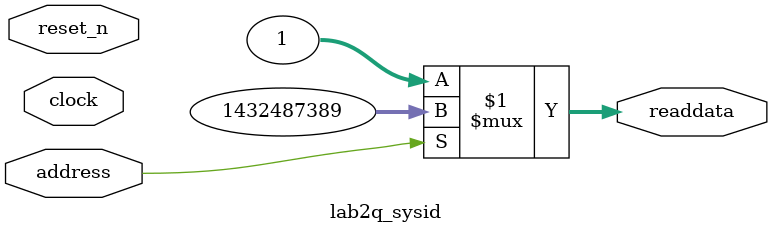
<source format=v>

`timescale 1ns / 1ps
// synthesis translate_on

// turn off superfluous verilog processor warnings 
// altera message_level Level1 
// altera message_off 10034 10035 10036 10037 10230 10240 10030 

module lab2q_sysid (
               // inputs:
                address,
                clock,
                reset_n,

               // outputs:
                readdata
             )
;

  output  [ 31: 0] readdata;
  input            address;
  input            clock;
  input            reset_n;

  wire    [ 31: 0] readdata;
  //control_slave, which is an e_avalon_slave
  assign readdata = address ? 1432487389 : 1;

endmodule




</source>
